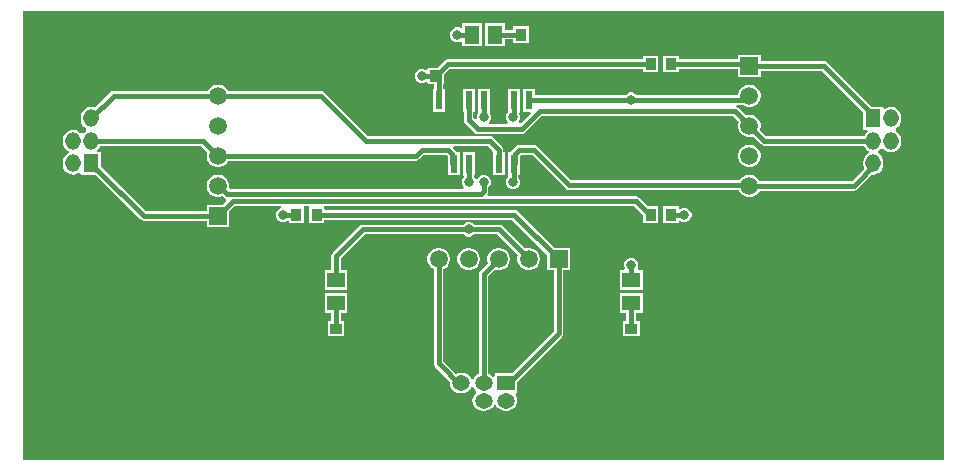
<source format=gtl>
G04*
G04 #@! TF.GenerationSoftware,Altium Limited,Altium Designer,23.4.1 (23)*
G04*
G04 Layer_Physical_Order=1*
G04 Layer_Color=255*
%FSLAX44Y44*%
%MOMM*%
G71*
G04*
G04 #@! TF.SameCoordinates,803C344B-8DD6-4E4C-9FAA-A71E5F9A745E*
G04*
G04*
G04 #@! TF.FilePolarity,Positive*
G04*
G01*
G75*
%ADD18R,0.9000X1.0000*%
%ADD19R,1.3000X1.5000*%
%ADD20R,1.0000X1.0000*%
%ADD21R,1.5000X1.3000*%
%ADD22R,1.0000X0.9000*%
%ADD23R,0.6000X1.5500*%
%ADD35C,0.4000*%
%ADD36C,1.5000*%
%ADD37R,1.5000X1.5000*%
%ADD38O,1.3000X1.5000*%
%ADD39C,3.0000*%
%ADD40O,1.5000X1.3000*%
%ADD41R,1.5000X1.5000*%
%ADD42C,0.8000*%
G36*
X790000Y10000D02*
X10000D01*
Y390000D01*
X790000D01*
Y10000D01*
D02*
G37*
%LPC*%
G36*
X399000Y379500D02*
X382000D01*
Y376230D01*
X381719Y375938D01*
X380400Y375293D01*
X378694Y376000D01*
X376306D01*
X374101Y375087D01*
X372413Y373399D01*
X371500Y371194D01*
Y368806D01*
X372413Y366601D01*
X374101Y364913D01*
X376306Y364000D01*
X378694D01*
X380400Y364707D01*
X381719Y364062D01*
X382000Y363770D01*
Y360500D01*
X399000D01*
Y379500D01*
D02*
G37*
G36*
X418000D02*
X401000D01*
Y360500D01*
X418000D01*
Y365922D01*
X425000D01*
Y363000D01*
X438000D01*
Y377000D01*
X425000D01*
Y374078D01*
X418000D01*
Y379500D01*
D02*
G37*
G36*
X634500Y353000D02*
X615500D01*
Y349078D01*
X565000D01*
Y352000D01*
X552000D01*
Y338000D01*
X565000D01*
Y340922D01*
X615500D01*
Y334000D01*
X634500D01*
Y339422D01*
X686311D01*
X721500Y304232D01*
Y289500D01*
X724486D01*
X725030Y287900D01*
X723938Y287062D01*
X722575Y285287D01*
X722075Y284078D01*
X639389D01*
X633975Y289492D01*
X634500Y291449D01*
Y293951D01*
X633853Y296367D01*
X632602Y298533D01*
X630833Y300302D01*
X628667Y301553D01*
X626251Y302200D01*
X623749D01*
X621792Y301675D01*
X615584Y307884D01*
X614261Y308768D01*
X613991Y308822D01*
X614148Y310422D01*
X618423D01*
X618423Y310422D01*
X619107Y310558D01*
X619167Y310498D01*
X621333Y309247D01*
X623749Y308600D01*
X626251D01*
X628667Y309247D01*
X630833Y310498D01*
X632602Y312267D01*
X633853Y314433D01*
X634500Y316849D01*
Y319351D01*
X633853Y321767D01*
X632602Y323933D01*
X630833Y325702D01*
X628667Y326953D01*
X626251Y327600D01*
X623749D01*
X621333Y326953D01*
X619167Y325702D01*
X617398Y323933D01*
X616147Y321767D01*
X615500Y319351D01*
Y318578D01*
X529907D01*
X528399Y320087D01*
X526194Y321000D01*
X523806D01*
X521601Y320087D01*
X520093Y318578D01*
X443100D01*
Y324250D01*
X433100D01*
Y304750D01*
X439392D01*
X440004Y303272D01*
X431305Y294572D01*
X430441Y294693D01*
X429873Y296388D01*
X430087Y296601D01*
X431000Y298806D01*
Y301194D01*
X430190Y303150D01*
X430400Y304750D01*
X430400D01*
Y324250D01*
X420400D01*
Y304750D01*
X420400Y304750D01*
X419897Y303358D01*
X419000Y301194D01*
Y298806D01*
X419913Y296601D01*
X420836Y295678D01*
X420174Y294078D01*
X404826D01*
X404164Y295678D01*
X405087Y296601D01*
X406000Y298806D01*
Y301194D01*
X405162Y303217D01*
X405000Y304750D01*
X405000Y304750D01*
X405000Y304750D01*
Y324250D01*
X395000D01*
Y304750D01*
X395000Y304750D01*
X394838Y303217D01*
X394000Y301194D01*
Y299030D01*
X393403Y298580D01*
X392522Y298246D01*
X391378Y299389D01*
Y304750D01*
X392300D01*
Y324250D01*
X382300D01*
Y304750D01*
X383222D01*
Y297700D01*
X383222Y297700D01*
X383532Y296139D01*
X384416Y294816D01*
X392116Y287116D01*
X392116Y287116D01*
X393439Y286232D01*
X395000Y285922D01*
X395000Y285922D01*
X432500D01*
X432500Y285922D01*
X434061Y286232D01*
X435384Y287116D01*
X449189Y300922D01*
X611011D01*
X616024Y295908D01*
X615500Y293951D01*
Y291449D01*
X616147Y289033D01*
X617398Y286867D01*
X619167Y285098D01*
X621333Y283847D01*
X623749Y283200D01*
X626251D01*
X628208Y283724D01*
X634816Y277116D01*
X634816Y277116D01*
X636139Y276232D01*
X637700Y275922D01*
X637700Y275922D01*
X722075D01*
X722575Y274713D01*
X723938Y272938D01*
X725713Y271575D01*
X726219Y271366D01*
Y269634D01*
X725713Y269425D01*
X723938Y268062D01*
X722575Y266287D01*
X721719Y264219D01*
X721427Y262000D01*
Y260000D01*
X721719Y257781D01*
X722244Y256512D01*
X711711Y245978D01*
X633615D01*
X632602Y247733D01*
X630833Y249502D01*
X628667Y250753D01*
X626251Y251400D01*
X623749D01*
X621333Y250753D01*
X619167Y249502D01*
X617398Y247733D01*
X616731Y246578D01*
X474189D01*
X447998Y272770D01*
X447984Y272791D01*
X447984Y272791D01*
X445391Y275384D01*
X444067Y276268D01*
X442507Y276578D01*
X442507Y276578D01*
X430000D01*
X430000Y276578D01*
X428439Y276268D01*
X427116Y275384D01*
X427116Y275384D01*
X423516Y271784D01*
X422632Y270461D01*
X422590Y270250D01*
X420400D01*
Y250750D01*
X420400D01*
X420665Y249150D01*
X419913Y248399D01*
X419000Y246194D01*
Y243806D01*
X419913Y241601D01*
X421601Y239914D01*
X423806Y239000D01*
X426194D01*
X428399Y239914D01*
X430087Y241601D01*
X431000Y243806D01*
Y246194D01*
X430087Y248399D01*
X429478Y249007D01*
Y250750D01*
X430400D01*
Y261106D01*
X430478Y261500D01*
X430478Y261500D01*
Y267211D01*
X431689Y268422D01*
X440817D01*
X442202Y267037D01*
X442216Y267016D01*
X469616Y239616D01*
X469616Y239616D01*
X470939Y238732D01*
X472500Y238422D01*
X616097D01*
X616147Y238233D01*
X617398Y236067D01*
X619167Y234298D01*
X621333Y233047D01*
X623749Y232400D01*
X626251D01*
X628667Y233047D01*
X630833Y234298D01*
X632602Y236067D01*
X633615Y237822D01*
X713400D01*
X713400Y237822D01*
X714961Y238132D01*
X716284Y239016D01*
X728846Y251579D01*
X730000Y251427D01*
X732219Y251719D01*
X734287Y252575D01*
X736062Y253938D01*
X737425Y255713D01*
X738281Y257781D01*
X738573Y260000D01*
Y262000D01*
X738281Y264219D01*
X737425Y266287D01*
X736062Y268062D01*
X734287Y269425D01*
X733781Y269634D01*
Y271366D01*
X734287Y271575D01*
X736062Y272938D01*
X736492Y273497D01*
X738508D01*
X738938Y272938D01*
X740713Y271575D01*
X742781Y270719D01*
X745000Y270427D01*
X747219Y270719D01*
X749287Y271575D01*
X751062Y272938D01*
X752425Y274713D01*
X753281Y276781D01*
X753573Y279000D01*
Y281000D01*
X753281Y283219D01*
X752425Y285287D01*
X751062Y287062D01*
X749287Y288425D01*
X748781Y288634D01*
Y290366D01*
X749287Y290575D01*
X751062Y291938D01*
X752425Y293713D01*
X753281Y295781D01*
X753573Y298000D01*
Y300000D01*
X753281Y302219D01*
X752425Y304287D01*
X751062Y306062D01*
X749287Y307425D01*
X747219Y308281D01*
X745000Y308573D01*
X742781Y308281D01*
X740713Y307425D01*
X740100Y306954D01*
X738500Y307743D01*
Y308500D01*
X728768D01*
X690884Y346384D01*
X689561Y347268D01*
X688000Y347578D01*
X688000Y347578D01*
X634500D01*
Y353000D01*
D02*
G37*
G36*
X548000Y352000D02*
X535000D01*
Y349078D01*
X369500D01*
X369500Y349078D01*
X367939Y348768D01*
X366616Y347884D01*
X360732Y342000D01*
X352500D01*
Y340748D01*
X350900Y340085D01*
X350899Y340087D01*
X348694Y341000D01*
X346306D01*
X344101Y340087D01*
X342413Y338399D01*
X341500Y336194D01*
Y333806D01*
X342413Y331601D01*
X344101Y329913D01*
X346306Y329000D01*
X348694D01*
X350899Y329913D01*
X350900Y329915D01*
X352500Y329252D01*
Y328000D01*
X357822D01*
Y324250D01*
X356900D01*
Y304750D01*
X366900D01*
Y324250D01*
X365978D01*
Y328000D01*
X366500D01*
Y336232D01*
X371189Y340922D01*
X535000D01*
Y338000D01*
X548000D01*
Y352000D01*
D02*
G37*
G36*
X176251Y327600D02*
X173749D01*
X171333Y326953D01*
X169167Y325702D01*
X167398Y323933D01*
X166385Y322178D01*
X86600D01*
X86600Y322178D01*
X85039Y321868D01*
X83716Y320984D01*
X83716Y320984D01*
X70634Y307902D01*
X69719Y308281D01*
X67500Y308573D01*
X65281Y308281D01*
X63213Y307425D01*
X61438Y306062D01*
X60075Y304287D01*
X59219Y302219D01*
X58927Y300000D01*
Y298000D01*
X59219Y295781D01*
X60075Y293713D01*
X61438Y291938D01*
X63213Y290575D01*
X63719Y290366D01*
Y288634D01*
X63213Y288425D01*
X61438Y287062D01*
X61008Y286503D01*
X58992D01*
X58562Y287062D01*
X56787Y288425D01*
X54719Y289281D01*
X52500Y289573D01*
X50281Y289281D01*
X48213Y288425D01*
X46438Y287062D01*
X45075Y285287D01*
X44219Y283219D01*
X43927Y281000D01*
Y279000D01*
X44219Y276781D01*
X45075Y274713D01*
X46438Y272938D01*
X48213Y271575D01*
X48719Y271366D01*
Y269634D01*
X48213Y269425D01*
X46438Y268062D01*
X45075Y266287D01*
X44219Y264219D01*
X43927Y262000D01*
Y260000D01*
X44219Y257781D01*
X45075Y255713D01*
X46438Y253938D01*
X48213Y252575D01*
X50281Y251719D01*
X52500Y251427D01*
X54719Y251719D01*
X56787Y252575D01*
X57400Y253046D01*
X59000Y252257D01*
Y251500D01*
X71232D01*
X109116Y213616D01*
X109116Y213616D01*
X110439Y212732D01*
X112000Y212422D01*
X165500D01*
Y207000D01*
X184500D01*
Y220232D01*
X189189Y224922D01*
X228058D01*
X228376Y223322D01*
X226601Y222586D01*
X224913Y220899D01*
X224000Y218694D01*
Y216306D01*
X224913Y214101D01*
X226601Y212413D01*
X228806Y211500D01*
X231194D01*
X233399Y212413D01*
X233400Y212415D01*
X235000Y211752D01*
Y210500D01*
X248000D01*
X248000Y224500D01*
X249425Y224922D01*
X250575D01*
X252000Y224500D01*
X252000Y223322D01*
Y210500D01*
X265000D01*
Y213422D01*
X424311D01*
X454000Y183732D01*
Y170500D01*
X459422D01*
Y118689D01*
X424232Y83500D01*
X409500D01*
Y80514D01*
X407900Y79970D01*
X407062Y81062D01*
X405287Y82425D01*
X404078Y82925D01*
Y165611D01*
X409492Y171024D01*
X411449Y170500D01*
X413951D01*
X416367Y171147D01*
X418533Y172398D01*
X420302Y174167D01*
X421553Y176333D01*
X422200Y178749D01*
Y181251D01*
X421553Y183667D01*
X420302Y185833D01*
X418533Y187602D01*
X416367Y188853D01*
X413951Y189500D01*
X411449D01*
X409033Y188853D01*
X406867Y187602D01*
X405098Y185833D01*
X403847Y183667D01*
X403200Y181251D01*
Y178749D01*
X403724Y176792D01*
X397116Y170184D01*
X396232Y168861D01*
X395922Y167300D01*
X395922Y167300D01*
Y82925D01*
X394713Y82425D01*
X392938Y81062D01*
X391575Y79287D01*
X391366Y78781D01*
X389634D01*
X389425Y79287D01*
X388062Y81062D01*
X386287Y82425D01*
X384219Y83281D01*
X382000Y83573D01*
X380000D01*
X377781Y83281D01*
X376512Y82756D01*
X365978Y93289D01*
Y171385D01*
X367733Y172398D01*
X369502Y174167D01*
X370752Y176333D01*
X371400Y178749D01*
Y181251D01*
X370752Y183667D01*
X369502Y185833D01*
X367733Y187602D01*
X365567Y188853D01*
X363151Y189500D01*
X360649D01*
X358233Y188853D01*
X356067Y187602D01*
X354298Y185833D01*
X353047Y183667D01*
X352400Y181251D01*
Y178749D01*
X353047Y176333D01*
X354298Y174167D01*
X356067Y172398D01*
X357822Y171385D01*
Y91600D01*
X357822Y91600D01*
X358132Y90039D01*
X359016Y88716D01*
X371579Y76154D01*
X371427Y75000D01*
X371719Y72781D01*
X372575Y70713D01*
X373938Y68938D01*
X375713Y67575D01*
X377781Y66719D01*
X380000Y66427D01*
X382000D01*
X384219Y66719D01*
X386287Y67575D01*
X388062Y68938D01*
X389425Y70713D01*
X389634Y71219D01*
X391366D01*
X391575Y70713D01*
X392938Y68938D01*
X393497Y68508D01*
Y66492D01*
X392938Y66062D01*
X391575Y64287D01*
X390719Y62219D01*
X390427Y60000D01*
X390719Y57781D01*
X391575Y55713D01*
X392938Y53938D01*
X394713Y52575D01*
X396781Y51719D01*
X399000Y51427D01*
X401000D01*
X403219Y51719D01*
X405287Y52575D01*
X407062Y53938D01*
X408425Y55713D01*
X408634Y56219D01*
X410366D01*
X410575Y55713D01*
X411938Y53938D01*
X413713Y52575D01*
X415781Y51719D01*
X418000Y51427D01*
X420000D01*
X422219Y51719D01*
X424287Y52575D01*
X426062Y53938D01*
X427425Y55713D01*
X428281Y57781D01*
X428573Y60000D01*
X428281Y62219D01*
X427425Y64287D01*
X426954Y64900D01*
X427743Y66500D01*
X428500D01*
Y76232D01*
X466384Y114116D01*
X466384Y114116D01*
X467268Y115439D01*
X467578Y117000D01*
Y170500D01*
X473000D01*
Y189500D01*
X459768D01*
X428884Y220384D01*
X427561Y221268D01*
X426000Y221578D01*
X426000Y221578D01*
X266131D01*
X265000Y222710D01*
X265000Y224500D01*
X266425Y224922D01*
X527311D01*
X534616Y217616D01*
X535000Y217360D01*
Y210500D01*
X548000D01*
Y224500D01*
X539394D01*
X539236Y224531D01*
X531884Y231884D01*
X530561Y232768D01*
X529000Y233078D01*
X529000Y233078D01*
X403518D01*
X403414Y233305D01*
X403030Y234678D01*
X403768Y235782D01*
X404078Y237343D01*
Y240593D01*
X405087Y241601D01*
X406000Y243806D01*
Y246194D01*
X405087Y248399D01*
X403399Y250087D01*
X401194Y251000D01*
X398806D01*
X396601Y250087D01*
X394913Y248399D01*
X394616Y247680D01*
X392884D01*
X392587Y248399D01*
X391835Y249150D01*
X392199Y250750D01*
X392300D01*
Y270250D01*
X382300D01*
Y250750D01*
X382801D01*
X383165Y249150D01*
X382413Y248399D01*
X381500Y246194D01*
Y243806D01*
X382413Y241601D01*
X383336Y240678D01*
X382674Y239078D01*
X185735D01*
X184500Y240649D01*
Y243151D01*
X183853Y245567D01*
X182602Y247733D01*
X180833Y249502D01*
X178667Y250753D01*
X176251Y251400D01*
X173749D01*
X171333Y250753D01*
X169167Y249502D01*
X167398Y247733D01*
X166147Y245567D01*
X165500Y243151D01*
Y240649D01*
X166147Y238233D01*
X167398Y236067D01*
X169167Y234298D01*
X171333Y233047D01*
X173749Y232400D01*
X176251D01*
X178667Y233047D01*
X178896Y233180D01*
X179959Y232116D01*
X181282Y231232D01*
X181632Y231162D01*
X182159Y229426D01*
X178732Y226000D01*
X165500D01*
Y220578D01*
X113689D01*
X76000Y258268D01*
Y270500D01*
X73014D01*
X72470Y272100D01*
X73562Y272938D01*
X74925Y274713D01*
X75425Y275922D01*
X160611D01*
X166024Y270508D01*
X165500Y268551D01*
Y266049D01*
X166147Y263633D01*
X167398Y261467D01*
X169167Y259698D01*
X171333Y258447D01*
X173749Y257800D01*
X176251D01*
X178667Y258447D01*
X180833Y259698D01*
X182602Y261467D01*
X183615Y263222D01*
X342300D01*
X342300Y263222D01*
X343861Y263532D01*
X345184Y264416D01*
X349189Y268422D01*
X368311D01*
X369522Y267211D01*
Y261500D01*
X369522Y261500D01*
X369600Y261106D01*
Y250750D01*
X379600D01*
Y270250D01*
X377410D01*
X377368Y270461D01*
X376484Y271784D01*
X376484Y271784D01*
X373946Y274322D01*
X374609Y275922D01*
X403311D01*
X407475Y271757D01*
X407700Y270250D01*
X407700D01*
Y250750D01*
X417700D01*
Y270250D01*
X416778D01*
Y272300D01*
X416468Y273861D01*
X415584Y275184D01*
X415584Y275184D01*
X407884Y282884D01*
X406561Y283768D01*
X405000Y284078D01*
X405000Y284078D01*
X301689D01*
X264784Y320984D01*
X263461Y321868D01*
X261900Y322178D01*
X261900Y322178D01*
X183615D01*
X182602Y323933D01*
X180833Y325702D01*
X178667Y326953D01*
X176251Y327600D01*
D02*
G37*
G36*
X626251Y276800D02*
X623749D01*
X621333Y276153D01*
X619167Y274902D01*
X617398Y273133D01*
X616147Y270967D01*
X615500Y268551D01*
Y266049D01*
X616147Y263633D01*
X617398Y261467D01*
X619167Y259698D01*
X621333Y258447D01*
X623749Y257800D01*
X626251D01*
X628667Y258447D01*
X630833Y259698D01*
X632602Y261467D01*
X633853Y263633D01*
X634500Y266049D01*
Y268551D01*
X633853Y270967D01*
X632602Y273133D01*
X630833Y274902D01*
X628667Y276153D01*
X626251Y276800D01*
D02*
G37*
G36*
X565000Y224500D02*
X552000D01*
Y210500D01*
X565000D01*
Y211752D01*
X566600Y212415D01*
X566601Y212413D01*
X568806Y211500D01*
X571194D01*
X573399Y212413D01*
X575087Y214101D01*
X576000Y216306D01*
Y218694D01*
X575087Y220899D01*
X573399Y222586D01*
X571194Y223500D01*
X568806D01*
X566601Y222586D01*
X566600Y222585D01*
X565000Y223248D01*
Y224500D01*
D02*
G37*
G36*
X388694Y211000D02*
X386306D01*
X384101Y210086D01*
X383093Y209078D01*
X297500D01*
X295939Y208768D01*
X294616Y207884D01*
X294616Y207884D01*
X272116Y185384D01*
X271232Y184061D01*
X270922Y182500D01*
X270922Y182500D01*
Y170500D01*
X265500D01*
Y153500D01*
X284500D01*
Y170500D01*
X279078D01*
Y180811D01*
X299189Y200922D01*
X383093D01*
X384101Y199913D01*
X386306Y199000D01*
X388694D01*
X390899Y199913D01*
X391907Y200922D01*
X411411D01*
X429124Y183208D01*
X428600Y181251D01*
Y178749D01*
X429247Y176333D01*
X430498Y174167D01*
X432267Y172398D01*
X434433Y171147D01*
X436849Y170500D01*
X439351D01*
X441767Y171147D01*
X443933Y172398D01*
X445702Y174167D01*
X446953Y176333D01*
X447600Y178749D01*
Y181251D01*
X446953Y183667D01*
X445702Y185833D01*
X443933Y187602D01*
X441767Y188853D01*
X439351Y189500D01*
X436849D01*
X434892Y188976D01*
X415984Y207884D01*
X414661Y208768D01*
X413100Y209078D01*
X413100Y209078D01*
X391907D01*
X390899Y210086D01*
X388694Y211000D01*
D02*
G37*
G36*
X388551Y189500D02*
X386049D01*
X383633Y188853D01*
X381467Y187602D01*
X379698Y185833D01*
X378447Y183667D01*
X377800Y181251D01*
Y178749D01*
X378447Y176333D01*
X379698Y174167D01*
X381467Y172398D01*
X383633Y171147D01*
X386049Y170500D01*
X388551D01*
X390967Y171147D01*
X393133Y172398D01*
X394902Y174167D01*
X396152Y176333D01*
X396800Y178749D01*
Y181251D01*
X396152Y183667D01*
X394902Y185833D01*
X393133Y187602D01*
X390967Y188853D01*
X388551Y189500D01*
D02*
G37*
G36*
X526194Y181000D02*
X523806D01*
X521601Y180087D01*
X519913Y178399D01*
X519000Y176194D01*
Y173806D01*
X519707Y172100D01*
X519062Y170781D01*
X518770Y170500D01*
X515500D01*
Y153500D01*
X534500D01*
Y170500D01*
X531230D01*
X530938Y170781D01*
X530293Y172100D01*
X531000Y173806D01*
Y176194D01*
X530087Y178399D01*
X528399Y180087D01*
X526194Y181000D01*
D02*
G37*
G36*
X534500Y151500D02*
X515500D01*
Y134500D01*
X520922D01*
Y127500D01*
X518000D01*
Y114500D01*
X532000D01*
Y127500D01*
X529078D01*
Y134500D01*
X534500D01*
Y151500D01*
D02*
G37*
G36*
X284500D02*
X265500D01*
Y134500D01*
X270922D01*
Y127500D01*
X268000D01*
Y114500D01*
X282000D01*
Y127500D01*
X279078D01*
Y134500D01*
X284500D01*
Y151500D01*
D02*
G37*
%LPD*%
D18*
X541500Y345000D02*
D03*
X558500D02*
D03*
X431500Y370000D02*
D03*
X448500D02*
D03*
X558500Y217500D02*
D03*
X541500D02*
D03*
X241500D02*
D03*
X258500D02*
D03*
D19*
X390500Y370000D02*
D03*
X409500D02*
D03*
X730000Y299000D02*
D03*
X67500Y261000D02*
D03*
D20*
X359500Y335000D02*
D03*
X375500D02*
D03*
D21*
X525000Y162000D02*
D03*
Y143000D02*
D03*
X275000Y162000D02*
D03*
Y143000D02*
D03*
X419000Y75000D02*
D03*
D22*
X525000Y121000D02*
D03*
Y104000D02*
D03*
X275000Y121000D02*
D03*
Y104000D02*
D03*
D23*
X361900Y260500D02*
D03*
X374600D02*
D03*
X387300D02*
D03*
X400000D02*
D03*
X412700D02*
D03*
X425400D02*
D03*
X438100D02*
D03*
Y314500D02*
D03*
X425400D02*
D03*
X412700D02*
D03*
X400000D02*
D03*
X387300D02*
D03*
X374600D02*
D03*
X361900D02*
D03*
D35*
X275000Y121000D02*
Y143000D01*
X525000Y121000D02*
Y143000D01*
X377500Y370000D02*
X390500D01*
X369500Y345000D02*
X541500D01*
X359500Y335000D02*
X369500Y345000D01*
X525000Y162000D02*
Y175000D01*
X438100Y314500D02*
X618423D01*
X175000Y242500D02*
X175343D01*
X182843Y235000D01*
X400000Y300000D02*
Y314500D01*
X387300Y297700D02*
X395000Y290000D01*
X432500D01*
X387300Y297700D02*
Y314500D01*
X182843Y235000D02*
X397657D01*
X400000Y237343D01*
Y245000D01*
X175000Y216500D02*
X187500Y229000D01*
X529000D02*
X537500Y220500D01*
X187500Y229000D02*
X529000D01*
X175000Y241900D02*
Y242500D01*
X387500Y245000D02*
Y260300D01*
X387300Y260500D02*
X387500Y260300D01*
X537500Y220500D02*
X539000D01*
X541500Y218000D01*
X426000Y217500D02*
X463500Y180000D01*
X258500Y217500D02*
X426000D01*
X558500D02*
X570000D01*
X230000D02*
X241500D01*
X297500Y205000D02*
X387500D01*
X275000Y182500D02*
X297500Y205000D01*
X387500D02*
X413100D01*
X438100Y180000D01*
X347500Y335000D02*
X359500D01*
X361900Y91600D02*
Y180000D01*
Y91600D02*
X381000Y72500D01*
X624800Y267500D02*
X625000Y267300D01*
X558500Y345000D02*
X623500D01*
X625000Y343500D01*
X275000Y162000D02*
Y182500D01*
X425400Y300400D02*
Y314500D01*
X425000Y300000D02*
X425400Y300400D01*
X432500Y290000D02*
X447500Y305000D01*
X612700D02*
X625000Y292700D01*
X447500Y305000D02*
X612700D01*
X622023Y318100D02*
X625000D01*
X618423Y314500D02*
X622023Y318100D01*
X361900Y314500D02*
Y332600D01*
X359500Y335000D02*
X361900Y332600D01*
X409500Y370000D02*
X431500D01*
X625000Y241900D02*
X713400D01*
X732500Y261000D01*
X625000Y292700D02*
X637700Y280000D01*
X732500D01*
X625000Y343500D02*
X688000D01*
X727000Y304500D01*
X400000Y167300D02*
X412700Y180000D01*
X400000Y72500D02*
Y167300D01*
X463500Y117000D02*
Y180000D01*
X424500Y78000D02*
X463500Y117000D01*
X67500Y260000D02*
Y261000D01*
Y260000D02*
X72000Y255500D01*
X73000D01*
X112000Y216500D01*
X175000D01*
X67500Y280000D02*
X162300D01*
X175000Y267300D01*
X425400Y245400D02*
Y260500D01*
X425000Y245000D02*
X425400Y245400D01*
X624400Y242500D02*
X625000Y241900D01*
X472500Y242500D02*
X624400D01*
X445100Y269900D02*
X472500Y242500D01*
X430000Y272500D02*
X442507D01*
X445100Y269907D01*
Y269900D02*
Y269907D01*
X425400Y260500D02*
X426400Y261500D01*
Y268900D01*
X430000Y272500D01*
X412700Y260500D02*
Y272300D01*
X405000Y280000D02*
X412700Y272300D01*
X300000Y280000D02*
X405000D01*
X261900Y318100D02*
X300000Y280000D01*
X373600Y261500D02*
X374600Y260500D01*
X342300Y267300D02*
X347500Y272500D01*
X370000D01*
X373600Y268900D01*
Y261500D02*
Y268900D01*
X175000Y318100D02*
X261900D01*
X175000Y267300D02*
X342300D01*
X67500Y299000D02*
X86600Y318100D01*
X175000D01*
D36*
X625000Y292700D02*
D03*
Y267300D02*
D03*
Y241900D02*
D03*
Y318100D02*
D03*
Y216500D02*
D03*
X175000Y267300D02*
D03*
Y292700D02*
D03*
Y318100D02*
D03*
Y241900D02*
D03*
Y343500D02*
D03*
X412700Y180000D02*
D03*
X387300D02*
D03*
X361900D02*
D03*
X438100D02*
D03*
X336500D02*
D03*
D37*
X625000Y343500D02*
D03*
X175000Y216500D02*
D03*
D38*
X745000Y261000D02*
D03*
Y299000D02*
D03*
X730000Y261000D02*
D03*
X745000Y280000D02*
D03*
X730000D02*
D03*
X52500Y299000D02*
D03*
Y261000D02*
D03*
X67500Y299000D02*
D03*
X52500Y280000D02*
D03*
X67500D02*
D03*
D39*
X752000Y329500D02*
D03*
Y230500D02*
D03*
X45500Y230500D02*
D03*
Y329500D02*
D03*
X449500Y53000D02*
D03*
X350500D02*
D03*
D40*
X381000Y60000D02*
D03*
X419000D02*
D03*
X381000Y75000D02*
D03*
X400000Y60000D02*
D03*
Y75000D02*
D03*
D41*
X463500Y180000D02*
D03*
D42*
X377500Y370000D02*
D03*
X525000Y175000D02*
D03*
Y315000D02*
D03*
X400000Y245000D02*
D03*
Y300000D02*
D03*
X387500Y245000D02*
D03*
X570000Y217500D02*
D03*
X230000D02*
D03*
X347500Y335000D02*
D03*
X387500Y205000D02*
D03*
X425000Y300000D02*
D03*
Y245000D02*
D03*
M02*

</source>
